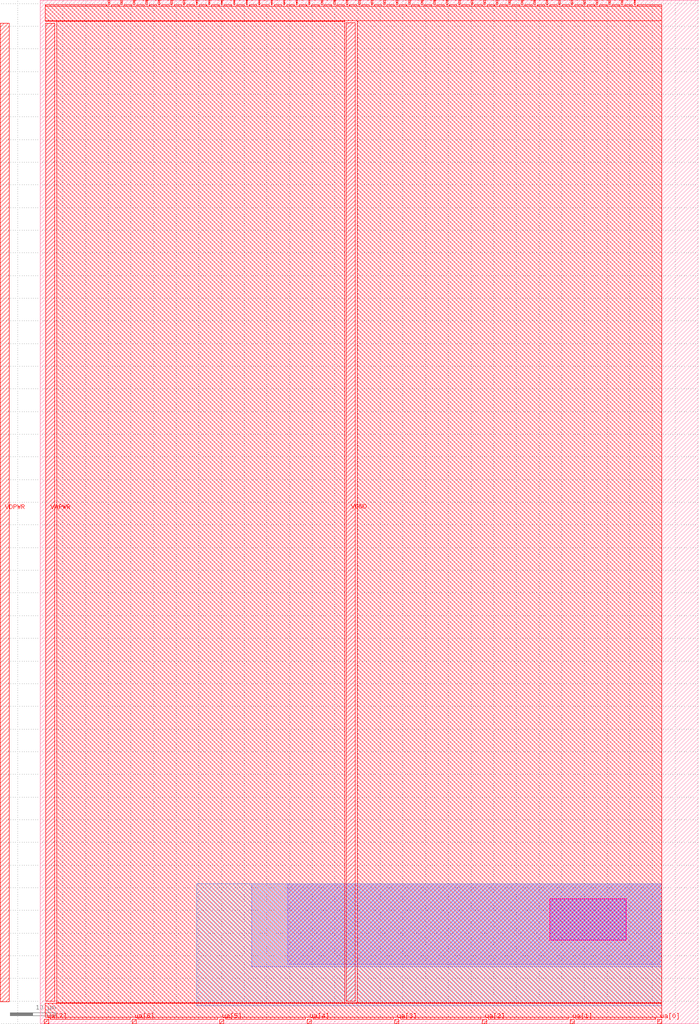
<source format=lef>
VERSION 5.7 ;
  NOWIREEXTENSIONATPIN ON ;
  DIVIDERCHAR "/" ;
  BUSBITCHARS "[]" ;
MACRO tt_um_siliconeguide_inverter
  CLASS BLOCK ;
  FOREIGN tt_um_siliconeguide_inverter ;
  ORIGIN 0.000 0.000 ;
  SIZE 145.360 BY 225.760 ;
  PIN clk
    DIRECTION INPUT ;
    USE SIGNAL ;
    PORT
      LAYER met4 ;
        RECT 128.190 224.760 128.490 225.760 ;
    END
  END clk
  PIN ena
    DIRECTION INPUT ;
    USE SIGNAL ;
    PORT
      LAYER met4 ;
        RECT 130.950 224.760 131.250 225.760 ;
    END
  END ena
  PIN rst_n
    DIRECTION INPUT ;
    USE SIGNAL ;
    PORT
      LAYER met4 ;
        RECT 125.430 224.760 125.730 225.760 ;
    END
  END rst_n
  PIN ua[0]
    DIRECTION INOUT ;
    USE SIGNAL ;
    ANTENNADIFFAREA 6.890000 ;
    PORT
      LAYER met4 ;
        RECT 136.170 0.000 137.070 1.000 ;
    END
  END ua[0]
  PIN ua[1]
    DIRECTION INOUT ;
    USE SIGNAL ;
    ANTENNAGATEAREA 0.300000 ;
    PORT
      LAYER met4 ;
        RECT 116.850 0.000 117.750 1.000 ;
    END
  END ua[1]
  PIN ua[2]
    DIRECTION INOUT ;
    USE SIGNAL ;
    PORT
      LAYER met4 ;
        RECT 97.530 0.000 98.430 1.000 ;
    END
  END ua[2]
  PIN ua[3]
    DIRECTION INOUT ;
    USE SIGNAL ;
    PORT
      LAYER met4 ;
        RECT 78.210 0.000 79.110 1.000 ;
    END
  END ua[3]
  PIN ua[4]
    DIRECTION INOUT ;
    USE SIGNAL ;
    PORT
      LAYER met4 ;
        RECT 58.890 0.000 59.790 1.000 ;
    END
  END ua[4]
  PIN ua[5]
    DIRECTION INOUT ;
    USE SIGNAL ;
    PORT
      LAYER met4 ;
        RECT 39.570 0.000 40.470 1.000 ;
    END
  END ua[5]
  PIN ua[6]
    DIRECTION INOUT ;
    USE SIGNAL ;
    PORT
      LAYER met4 ;
        RECT 20.250 0.000 21.150 1.000 ;
    END
  END ua[6]
  PIN ua[7]
    DIRECTION INOUT ;
    USE SIGNAL ;
    PORT
      LAYER met4 ;
        RECT 0.930 0.000 1.830 1.000 ;
    END
  END ua[7]
  PIN ui_in[0]
    DIRECTION INPUT ;
    USE SIGNAL ;
    PORT
      LAYER met4 ;
        RECT 122.670 224.760 122.970 225.760 ;
    END
  END ui_in[0]
  PIN ui_in[1]
    DIRECTION INPUT ;
    USE SIGNAL ;
    PORT
      LAYER met4 ;
        RECT 119.910 224.760 120.210 225.760 ;
    END
  END ui_in[1]
  PIN ui_in[2]
    DIRECTION INPUT ;
    USE SIGNAL ;
    PORT
      LAYER met4 ;
        RECT 117.150 224.760 117.450 225.760 ;
    END
  END ui_in[2]
  PIN ui_in[3]
    DIRECTION INPUT ;
    USE SIGNAL ;
    PORT
      LAYER met4 ;
        RECT 114.390 224.760 114.690 225.760 ;
    END
  END ui_in[3]
  PIN ui_in[4]
    DIRECTION INPUT ;
    USE SIGNAL ;
    PORT
      LAYER met4 ;
        RECT 111.630 224.760 111.930 225.760 ;
    END
  END ui_in[4]
  PIN ui_in[5]
    DIRECTION INPUT ;
    USE SIGNAL ;
    PORT
      LAYER met4 ;
        RECT 108.870 224.760 109.170 225.760 ;
    END
  END ui_in[5]
  PIN ui_in[6]
    DIRECTION INPUT ;
    USE SIGNAL ;
    PORT
      LAYER met4 ;
        RECT 106.110 224.760 106.410 225.760 ;
    END
  END ui_in[6]
  PIN ui_in[7]
    DIRECTION INPUT ;
    USE SIGNAL ;
    PORT
      LAYER met4 ;
        RECT 103.350 224.760 103.650 225.760 ;
    END
  END ui_in[7]
  PIN uio_in[0]
    DIRECTION INPUT ;
    USE SIGNAL ;
    PORT
      LAYER met4 ;
        RECT 100.590 224.760 100.890 225.760 ;
    END
  END uio_in[0]
  PIN uio_in[1]
    DIRECTION INPUT ;
    USE SIGNAL ;
    PORT
      LAYER met4 ;
        RECT 97.830 224.760 98.130 225.760 ;
    END
  END uio_in[1]
  PIN uio_in[2]
    DIRECTION INPUT ;
    USE SIGNAL ;
    PORT
      LAYER met4 ;
        RECT 95.070 224.760 95.370 225.760 ;
    END
  END uio_in[2]
  PIN uio_in[3]
    DIRECTION INPUT ;
    USE SIGNAL ;
    PORT
      LAYER met4 ;
        RECT 92.310 224.760 92.610 225.760 ;
    END
  END uio_in[3]
  PIN uio_in[4]
    DIRECTION INPUT ;
    USE SIGNAL ;
    PORT
      LAYER met4 ;
        RECT 89.550 224.760 89.850 225.760 ;
    END
  END uio_in[4]
  PIN uio_in[5]
    DIRECTION INPUT ;
    USE SIGNAL ;
    PORT
      LAYER met4 ;
        RECT 86.790 224.760 87.090 225.760 ;
    END
  END uio_in[5]
  PIN uio_in[6]
    DIRECTION INPUT ;
    USE SIGNAL ;
    PORT
      LAYER met4 ;
        RECT 84.030 224.760 84.330 225.760 ;
    END
  END uio_in[6]
  PIN uio_in[7]
    DIRECTION INPUT ;
    USE SIGNAL ;
    PORT
      LAYER met4 ;
        RECT 81.270 224.760 81.570 225.760 ;
    END
  END uio_in[7]
  PIN uio_oe[0]
    DIRECTION OUTPUT ;
    USE SIGNAL ;
    ANTENNADIFFAREA 9.421000 ;
    PORT
      LAYER met4 ;
        RECT 34.350 224.760 34.650 225.760 ;
    END
  END uio_oe[0]
  PIN uio_oe[1]
    DIRECTION OUTPUT ;
    USE SIGNAL ;
    ANTENNADIFFAREA 9.421000 ;
    PORT
      LAYER met4 ;
        RECT 31.590 224.760 31.890 225.760 ;
    END
  END uio_oe[1]
  PIN uio_oe[2]
    DIRECTION OUTPUT ;
    USE SIGNAL ;
    ANTENNADIFFAREA 9.421000 ;
    PORT
      LAYER met4 ;
        RECT 28.830 224.760 29.130 225.760 ;
    END
  END uio_oe[2]
  PIN uio_oe[3]
    DIRECTION OUTPUT ;
    USE SIGNAL ;
    ANTENNADIFFAREA 9.421000 ;
    PORT
      LAYER met4 ;
        RECT 26.070 224.760 26.370 225.760 ;
    END
  END uio_oe[3]
  PIN uio_oe[4]
    DIRECTION OUTPUT ;
    USE SIGNAL ;
    ANTENNADIFFAREA 9.421000 ;
    PORT
      LAYER met4 ;
        RECT 23.310 224.760 23.610 225.760 ;
    END
  END uio_oe[4]
  PIN uio_oe[5]
    DIRECTION OUTPUT ;
    USE SIGNAL ;
    ANTENNADIFFAREA 9.421000 ;
    PORT
      LAYER met4 ;
        RECT 20.550 224.760 20.850 225.760 ;
    END
  END uio_oe[5]
  PIN uio_oe[6]
    DIRECTION OUTPUT ;
    USE SIGNAL ;
    ANTENNADIFFAREA 9.421000 ;
    PORT
      LAYER met4 ;
        RECT 17.790 224.760 18.090 225.760 ;
    END
  END uio_oe[6]
  PIN uio_oe[7]
    DIRECTION OUTPUT ;
    USE SIGNAL ;
    ANTENNADIFFAREA 9.421000 ;
    PORT
      LAYER met4 ;
        RECT 15.030 224.760 15.330 225.760 ;
    END
  END uio_oe[7]
  PIN uio_out[0]
    DIRECTION OUTPUT ;
    USE SIGNAL ;
    ANTENNADIFFAREA 9.421000 ;
    PORT
      LAYER met4 ;
        RECT 56.430 224.760 56.730 225.760 ;
    END
  END uio_out[0]
  PIN uio_out[1]
    DIRECTION OUTPUT ;
    USE SIGNAL ;
    ANTENNADIFFAREA 9.421000 ;
    PORT
      LAYER met4 ;
        RECT 53.670 224.760 53.970 225.760 ;
    END
  END uio_out[1]
  PIN uio_out[2]
    DIRECTION OUTPUT ;
    USE SIGNAL ;
    ANTENNADIFFAREA 9.421000 ;
    PORT
      LAYER met4 ;
        RECT 50.910 224.760 51.210 225.760 ;
    END
  END uio_out[2]
  PIN uio_out[3]
    DIRECTION OUTPUT ;
    USE SIGNAL ;
    ANTENNADIFFAREA 9.421000 ;
    PORT
      LAYER met4 ;
        RECT 48.150 224.760 48.450 225.760 ;
    END
  END uio_out[3]
  PIN uio_out[4]
    DIRECTION OUTPUT ;
    USE SIGNAL ;
    ANTENNADIFFAREA 9.421000 ;
    PORT
      LAYER met4 ;
        RECT 45.390 224.760 45.690 225.760 ;
    END
  END uio_out[4]
  PIN uio_out[5]
    DIRECTION OUTPUT ;
    USE SIGNAL ;
    ANTENNADIFFAREA 9.421000 ;
    PORT
      LAYER met4 ;
        RECT 42.630 224.760 42.930 225.760 ;
    END
  END uio_out[5]
  PIN uio_out[6]
    DIRECTION OUTPUT ;
    USE SIGNAL ;
    ANTENNADIFFAREA 9.421000 ;
    PORT
      LAYER met4 ;
        RECT 39.870 224.760 40.170 225.760 ;
    END
  END uio_out[6]
  PIN uio_out[7]
    DIRECTION OUTPUT ;
    USE SIGNAL ;
    ANTENNADIFFAREA 9.421000 ;
    PORT
      LAYER met4 ;
        RECT 37.110 224.760 37.410 225.760 ;
    END
  END uio_out[7]
  PIN uo_out[0]
    DIRECTION OUTPUT ;
    USE SIGNAL ;
    ANTENNADIFFAREA 9.421000 ;
    PORT
      LAYER met4 ;
        RECT 78.510 224.760 78.810 225.760 ;
    END
  END uo_out[0]
  PIN uo_out[1]
    DIRECTION OUTPUT ;
    USE SIGNAL ;
    ANTENNADIFFAREA 9.421000 ;
    PORT
      LAYER met4 ;
        RECT 75.750 224.760 76.050 225.760 ;
    END
  END uo_out[1]
  PIN uo_out[2]
    DIRECTION OUTPUT ;
    USE SIGNAL ;
    ANTENNADIFFAREA 9.421000 ;
    PORT
      LAYER met4 ;
        RECT 72.990 224.760 73.290 225.760 ;
    END
  END uo_out[2]
  PIN uo_out[3]
    DIRECTION OUTPUT ;
    USE SIGNAL ;
    ANTENNADIFFAREA 9.421000 ;
    PORT
      LAYER met4 ;
        RECT 70.230 224.760 70.530 225.760 ;
    END
  END uo_out[3]
  PIN uo_out[4]
    DIRECTION OUTPUT ;
    USE SIGNAL ;
    ANTENNADIFFAREA 9.421000 ;
    PORT
      LAYER met4 ;
        RECT 67.470 224.760 67.770 225.760 ;
    END
  END uo_out[4]
  PIN uo_out[5]
    DIRECTION OUTPUT ;
    USE SIGNAL ;
    ANTENNADIFFAREA 9.421000 ;
    PORT
      LAYER met4 ;
        RECT 64.710 224.760 65.010 225.760 ;
    END
  END uo_out[5]
  PIN uo_out[6]
    DIRECTION OUTPUT ;
    USE SIGNAL ;
    ANTENNADIFFAREA 9.421000 ;
    PORT
      LAYER met4 ;
        RECT 61.950 224.760 62.250 225.760 ;
    END
  END uo_out[6]
  PIN uo_out[7]
    DIRECTION OUTPUT ;
    USE SIGNAL ;
    ANTENNADIFFAREA 9.421000 ;
    PORT
      LAYER met4 ;
        RECT 59.190 224.760 59.490 225.760 ;
    END
  END uo_out[7]
  PIN VDPWR
    DIRECTION INOUT ;
    USE POWER ;
    PORT
      LAYER met4 ;
        RECT -8.800 4.890 -6.800 220.650 ;
    END
  END VDPWR
  PIN VGND
    DIRECTION INOUT ;
    USE GROUND ;
    PORT
      LAYER met4 ;
        RECT 67.520 5.010 69.520 220.770 ;
    END
  END VGND
  PIN VAPWR
    DIRECTION INOUT ;
    USE POWER ;
    PORT
      LAYER met4 ;
        RECT 1.220 4.940 3.220 220.700 ;
    END
  END VAPWR
  OBS
      LAYER nwell ;
        RECT 112.420 18.400 129.290 27.570 ;
      LAYER li1 ;
        RECT 112.600 18.510 129.110 27.450 ;
      LAYER met1 ;
        RECT 54.575 13.155 137.100 30.880 ;
      LAYER met2 ;
        RECT 46.610 12.610 137.090 30.850 ;
      LAYER met3 ;
        RECT 34.545 3.960 137.095 30.875 ;
      LAYER met4 ;
        RECT 1.150 224.360 14.630 224.760 ;
        RECT 15.730 224.360 17.390 224.760 ;
        RECT 18.490 224.360 20.150 224.760 ;
        RECT 21.250 224.360 22.910 224.760 ;
        RECT 24.010 224.360 25.670 224.760 ;
        RECT 26.770 224.360 28.430 224.760 ;
        RECT 29.530 224.360 31.190 224.760 ;
        RECT 32.290 224.360 33.950 224.760 ;
        RECT 35.050 224.360 36.710 224.760 ;
        RECT 37.810 224.360 39.470 224.760 ;
        RECT 40.570 224.360 42.230 224.760 ;
        RECT 43.330 224.360 44.990 224.760 ;
        RECT 46.090 224.360 47.750 224.760 ;
        RECT 48.850 224.360 50.510 224.760 ;
        RECT 51.610 224.360 53.270 224.760 ;
        RECT 54.370 224.360 56.030 224.760 ;
        RECT 57.130 224.360 58.790 224.760 ;
        RECT 59.890 224.360 61.550 224.760 ;
        RECT 62.650 224.360 64.310 224.760 ;
        RECT 65.410 224.360 67.070 224.760 ;
        RECT 68.170 224.360 69.830 224.760 ;
        RECT 70.930 224.360 72.590 224.760 ;
        RECT 73.690 224.360 75.350 224.760 ;
        RECT 76.450 224.360 78.110 224.760 ;
        RECT 79.210 224.360 80.870 224.760 ;
        RECT 81.970 224.360 83.630 224.760 ;
        RECT 84.730 224.360 86.390 224.760 ;
        RECT 87.490 224.360 89.150 224.760 ;
        RECT 90.250 224.360 91.910 224.760 ;
        RECT 93.010 224.360 94.670 224.760 ;
        RECT 95.770 224.360 97.430 224.760 ;
        RECT 98.530 224.360 100.190 224.760 ;
        RECT 101.290 224.360 102.950 224.760 ;
        RECT 104.050 224.360 105.710 224.760 ;
        RECT 106.810 224.360 108.470 224.760 ;
        RECT 109.570 224.360 111.230 224.760 ;
        RECT 112.330 224.360 113.990 224.760 ;
        RECT 115.090 224.360 116.750 224.760 ;
        RECT 117.850 224.360 119.510 224.760 ;
        RECT 120.610 224.360 122.270 224.760 ;
        RECT 123.370 224.360 125.030 224.760 ;
        RECT 126.130 224.360 127.790 224.760 ;
        RECT 128.890 224.360 130.550 224.760 ;
        RECT 131.650 224.360 137.070 224.760 ;
        RECT 1.150 221.170 137.070 224.360 ;
        RECT 1.150 221.100 67.120 221.170 ;
        RECT 3.620 4.610 67.120 221.100 ;
        RECT 69.920 4.610 137.070 221.170 ;
        RECT 3.620 4.540 137.070 4.610 ;
        RECT 1.150 1.400 137.070 4.540 ;
        RECT 2.230 1.000 19.850 1.400 ;
        RECT 21.550 1.000 39.170 1.400 ;
        RECT 40.870 1.000 58.490 1.400 ;
        RECT 60.190 1.000 77.810 1.400 ;
        RECT 79.510 1.000 97.130 1.400 ;
        RECT 98.830 1.000 116.450 1.400 ;
        RECT 118.150 1.000 135.770 1.400 ;
  END
END tt_um_siliconeguide_inverter
END LIBRARY


</source>
